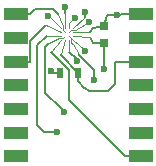
<source format=gtl>
G04 #@! TF.FileFunction,Copper,L1,Top,Signal*
%FSLAX46Y46*%
G04 Gerber Fmt 4.6, Leading zero omitted, Abs format (unit mm)*
G04 Created by KiCad (PCBNEW 0.201604232031+6710~44~ubuntu14.04.1-product) date Wed 27 Apr 2016 13:06:26 BST*
%MOMM*%
%LPD*%
G01*
G04 APERTURE LIST*
%ADD10C,0.100000*%
%ADD11R,0.750000X0.800000*%
%ADD12R,0.500000X0.900000*%
%ADD13C,0.160000*%
%ADD14R,2.000000X1.000000*%
%ADD15C,0.600000*%
%ADD16C,0.200000*%
%ADD17C,0.125000*%
%ADD18C,0.080000*%
G04 APERTURE END LIST*
D10*
D11*
X94170000Y-38950000D03*
X94170000Y-40450000D03*
D12*
X92000000Y-43000000D03*
X90500000Y-43000000D03*
D13*
X90550000Y-39150000D03*
X90550000Y-39500000D03*
X90550000Y-39850000D03*
X90550000Y-40200000D03*
X90900000Y-39150000D03*
X90900000Y-39500000D03*
X90900000Y-39850000D03*
X90900000Y-40200000D03*
X91250000Y-39150000D03*
X91250000Y-39500000D03*
X91250000Y-39850000D03*
X91250000Y-40200000D03*
X91600000Y-39150000D03*
X91600000Y-39500000D03*
X91600000Y-39850000D03*
X91600000Y-40200000D03*
D14*
X86700000Y-50000000D03*
X86700000Y-48000000D03*
X86700000Y-46000000D03*
X86700000Y-44000000D03*
X86700000Y-42000000D03*
X86700000Y-40000000D03*
X86700000Y-38000000D03*
X97300000Y-38000000D03*
X97300000Y-40000000D03*
X97300000Y-42000000D03*
X97300000Y-44000000D03*
X97300000Y-46000000D03*
X97300000Y-48000000D03*
X97300000Y-50000000D03*
D15*
X95250000Y-38033227D03*
X92605501Y-41123685D03*
X93380000Y-43590000D03*
X90820000Y-46250000D03*
X90178000Y-47956800D03*
X91878400Y-41985400D03*
X94200000Y-42610000D03*
X89410000Y-38170000D03*
X91730000Y-38280000D03*
X89730000Y-42790000D03*
X90920000Y-37410000D03*
X92580000Y-37780000D03*
X92960000Y-38650000D03*
D16*
X94420000Y-38070000D02*
X95000000Y-38044303D01*
X95000000Y-38044303D02*
X95238924Y-38044303D01*
X95250000Y-38033227D02*
X96000000Y-38000000D01*
X95238924Y-38044303D02*
X95250000Y-38033227D01*
X92599800Y-41117984D02*
X92605501Y-41123685D01*
X92599800Y-41043000D02*
X92599800Y-41117984D01*
D17*
X91600000Y-39500000D02*
X93020000Y-39500000D01*
D16*
X97000000Y-38000000D02*
X96000000Y-38000000D01*
X94170000Y-38950000D02*
X94420000Y-38070000D01*
X93220000Y-39140000D02*
X94170000Y-38950000D01*
X93020000Y-39500000D02*
X93220000Y-39140000D01*
D17*
X91600000Y-40200000D02*
X92599800Y-41043000D01*
X92599800Y-41043000D02*
X92620000Y-41060000D01*
D18*
X91440000Y-40050000D02*
X91430000Y-40060000D01*
X91430000Y-40060000D02*
X91430000Y-40430000D01*
X91430000Y-40430000D02*
X91540000Y-40540000D01*
D17*
X91250000Y-39850000D02*
X91410000Y-40010000D01*
D16*
X93380000Y-43590000D02*
X93380000Y-42725400D01*
X93380000Y-42725400D02*
X92108500Y-41453900D01*
X92108500Y-41453900D02*
X92108500Y-41395700D01*
X92108500Y-41395700D02*
X92049500Y-41336700D01*
D17*
X92049500Y-41336700D02*
X92090000Y-41400000D01*
X91540000Y-40540000D02*
X92049500Y-41336700D01*
X90900000Y-39850000D02*
X90760000Y-39990000D01*
D16*
X89200001Y-40720699D02*
X89200001Y-44630001D01*
X90520001Y-45950001D02*
X90820000Y-46250000D01*
X89507300Y-40413400D02*
X89200001Y-40720699D01*
X89200001Y-44630001D02*
X90520001Y-45950001D01*
D18*
X90720000Y-40030000D02*
X90340000Y-40030000D01*
X90340000Y-40030000D02*
X90250000Y-40120000D01*
D17*
X89507300Y-40413400D02*
X89440000Y-40440000D01*
X90250000Y-40120000D02*
X89507300Y-40413400D01*
X90550000Y-39850000D02*
X89330000Y-39850000D01*
D16*
X89150200Y-47956800D02*
X90178000Y-47956800D01*
X88554300Y-47360900D02*
X89150200Y-47956800D01*
X88554300Y-40625700D02*
X88554300Y-47360900D01*
X89330000Y-39850000D02*
X88554300Y-40625700D01*
X97000000Y-50000000D02*
X96003700Y-50000000D01*
X91240000Y-44150000D02*
X91240000Y-43684600D01*
X91230000Y-42705100D02*
X89737500Y-41212600D01*
X96003700Y-50000000D02*
X91220000Y-45216300D01*
X91230000Y-43674600D02*
X91230000Y-42705100D01*
X91220000Y-45216300D02*
X91220000Y-44170000D01*
X91220000Y-44170000D02*
X91240000Y-44150000D01*
X91240000Y-43684600D02*
X91230000Y-43674600D01*
X89737500Y-41212600D02*
X89706200Y-41212600D01*
D17*
X90550000Y-40200000D02*
X89706200Y-41212600D01*
X89706200Y-41212600D02*
X89700000Y-41220000D01*
X91250000Y-40200000D02*
X91250000Y-41166100D01*
D16*
X91878400Y-41794500D02*
X91878400Y-41985400D01*
X91250000Y-41166100D02*
X91878400Y-41794500D01*
X92000000Y-43000000D02*
X92000000Y-43675300D01*
X92000000Y-43675300D02*
X92514700Y-44190000D01*
X92514700Y-44190000D02*
X92580000Y-44190000D01*
X92580000Y-44190000D02*
X92900000Y-44510000D01*
X92900000Y-44510000D02*
X94570000Y-44510000D01*
X94570000Y-44510000D02*
X95160000Y-43920000D01*
X95160000Y-43920000D02*
X95160000Y-42000000D01*
X95160000Y-42000000D02*
X97000000Y-42000000D01*
D17*
X90543800Y-41334200D02*
X90520000Y-41410000D01*
X90900000Y-40200000D02*
X90543800Y-41334200D01*
D16*
X92000000Y-42920400D02*
X92000000Y-43000000D01*
X90543800Y-41464200D02*
X92000000Y-42920400D01*
X90543800Y-41334200D02*
X90543800Y-41464200D01*
X94170000Y-40450000D02*
X94200000Y-42610000D01*
D17*
X91600000Y-39850000D02*
X92990000Y-39930000D01*
D16*
X93230000Y-40420000D02*
X94170000Y-40450000D01*
X92990000Y-39930000D02*
X93230000Y-40420000D01*
D17*
X90550000Y-39150000D02*
X89570000Y-38170000D01*
X89570000Y-38170000D02*
X89410000Y-38170000D01*
X91250000Y-39150000D02*
X91250000Y-38740000D01*
X91250000Y-38740000D02*
X91730000Y-38260000D01*
D16*
X90376600Y-43000000D02*
X89940000Y-43000000D01*
X89940000Y-43000000D02*
X89730000Y-42790000D01*
X90500000Y-43000000D02*
X90376600Y-43000000D01*
X90900000Y-37910000D02*
X90900000Y-37430000D01*
X90900000Y-37430000D02*
X90920000Y-37410000D01*
D17*
X90900000Y-39150000D02*
X90900000Y-37910000D01*
D16*
X92620000Y-37820000D02*
X92580000Y-37780000D01*
X92620000Y-38190000D02*
X92620000Y-37820000D01*
D17*
X91600000Y-39150000D02*
X92620000Y-38190000D01*
X90550000Y-39500000D02*
X89298700Y-38888900D01*
X89298700Y-38888900D02*
X89260000Y-38870000D01*
D16*
X87925300Y-40262300D02*
X87925300Y-42000000D01*
X89298700Y-38888900D02*
X87925300Y-40262300D01*
X87000000Y-42000000D02*
X87925300Y-42000000D01*
D17*
X91250000Y-39500000D02*
X91410000Y-39340000D01*
D16*
X92910000Y-38680000D02*
X92960000Y-38650000D01*
D17*
X91900000Y-39240000D02*
X92910000Y-38680000D01*
D18*
X91810000Y-39320000D02*
X91900000Y-39240000D01*
X91430000Y-39320000D02*
X91810000Y-39320000D01*
X90720000Y-39320000D02*
X90730000Y-39310000D01*
X90730000Y-39310000D02*
X90730000Y-38920000D01*
X90730000Y-38920000D02*
X90630000Y-38820000D01*
D17*
X90900000Y-39500000D02*
X90720000Y-39320000D01*
D16*
X88361900Y-37563400D02*
X87925300Y-38000000D01*
X89896400Y-37563400D02*
X88361900Y-37563400D01*
X90306200Y-37973200D02*
X89896400Y-37563400D01*
D17*
X90630000Y-38820000D02*
X90306200Y-37973200D01*
D16*
X87000000Y-38000000D02*
X87925300Y-38000000D01*
M02*

</source>
